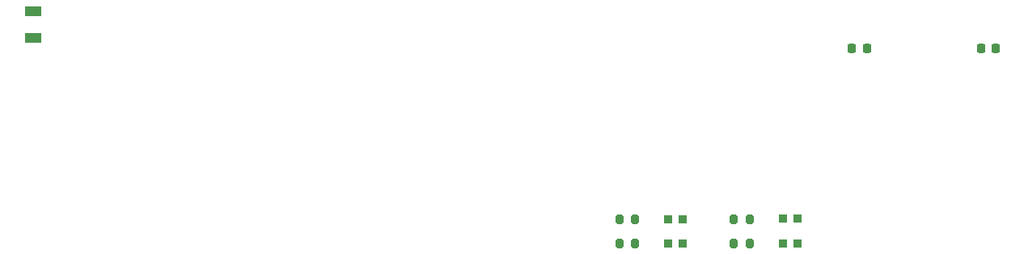
<source format=gtp>
G04 #@! TF.GenerationSoftware,KiCad,Pcbnew,8.0.6*
G04 #@! TF.CreationDate,2024-12-27T11:38:37-05:00*
G04 #@! TF.ProjectId,sdl_breakout,73646c5f-6272-4656-916b-6f75742e6b69,rev?*
G04 #@! TF.SameCoordinates,Original*
G04 #@! TF.FileFunction,Paste,Top*
G04 #@! TF.FilePolarity,Positive*
%FSLAX46Y46*%
G04 Gerber Fmt 4.6, Leading zero omitted, Abs format (unit mm)*
G04 Created by KiCad (PCBNEW 8.0.6) date 2024-12-27 11:38:37*
%MOMM*%
%LPD*%
G01*
G04 APERTURE LIST*
G04 Aperture macros list*
%AMRoundRect*
0 Rectangle with rounded corners*
0 $1 Rounding radius*
0 $2 $3 $4 $5 $6 $7 $8 $9 X,Y pos of 4 corners*
0 Add a 4 corners polygon primitive as box body*
4,1,4,$2,$3,$4,$5,$6,$7,$8,$9,$2,$3,0*
0 Add four circle primitives for the rounded corners*
1,1,$1+$1,$2,$3*
1,1,$1+$1,$4,$5*
1,1,$1+$1,$6,$7*
1,1,$1+$1,$8,$9*
0 Add four rect primitives between the rounded corners*
20,1,$1+$1,$2,$3,$4,$5,0*
20,1,$1+$1,$4,$5,$6,$7,0*
20,1,$1+$1,$6,$7,$8,$9,0*
20,1,$1+$1,$8,$9,$2,$3,0*%
G04 Aperture macros list end*
%ADD10RoundRect,0.200000X-0.200000X-0.275000X0.200000X-0.275000X0.200000X0.275000X-0.200000X0.275000X0*%
%ADD11R,0.950000X0.950000*%
%ADD12RoundRect,0.225000X-0.225000X-0.250000X0.225000X-0.250000X0.225000X0.250000X-0.225000X0.250000X0*%
%ADD13R,1.820000X1.050000*%
G04 APERTURE END LIST*
D10*
G04 #@! TO.C,R2*
X206850000Y-136500000D03*
X208500000Y-136500000D03*
G04 #@! TD*
G04 #@! TO.C,R1*
X206850000Y-134000000D03*
X208500000Y-134000000D03*
G04 #@! TD*
G04 #@! TO.C,R3*
X218850000Y-136500000D03*
X220500000Y-136500000D03*
G04 #@! TD*
G04 #@! TO.C,R4*
X218850000Y-134000000D03*
X220500000Y-134000000D03*
G04 #@! TD*
D11*
G04 #@! TO.C,U22*
X224000000Y-136500000D03*
X225500000Y-136500000D03*
G04 #@! TD*
D12*
G04 #@! TO.C,U17*
X244725000Y-116000000D03*
X246275000Y-116000000D03*
G04 #@! TD*
D11*
G04 #@! TO.C,U5*
X212000000Y-134000000D03*
X213500000Y-134000000D03*
G04 #@! TD*
D13*
G04 #@! TO.C,U2*
X145500000Y-112110000D03*
X145500000Y-114890000D03*
G04 #@! TD*
D12*
G04 #@! TO.C,U14*
X231225000Y-116000000D03*
X232775000Y-116000000D03*
G04 #@! TD*
D11*
G04 #@! TO.C,U6*
X212000000Y-136500000D03*
X213500000Y-136500000D03*
G04 #@! TD*
G04 #@! TO.C,U23*
X224000000Y-133900000D03*
X225500000Y-133900000D03*
G04 #@! TD*
M02*

</source>
